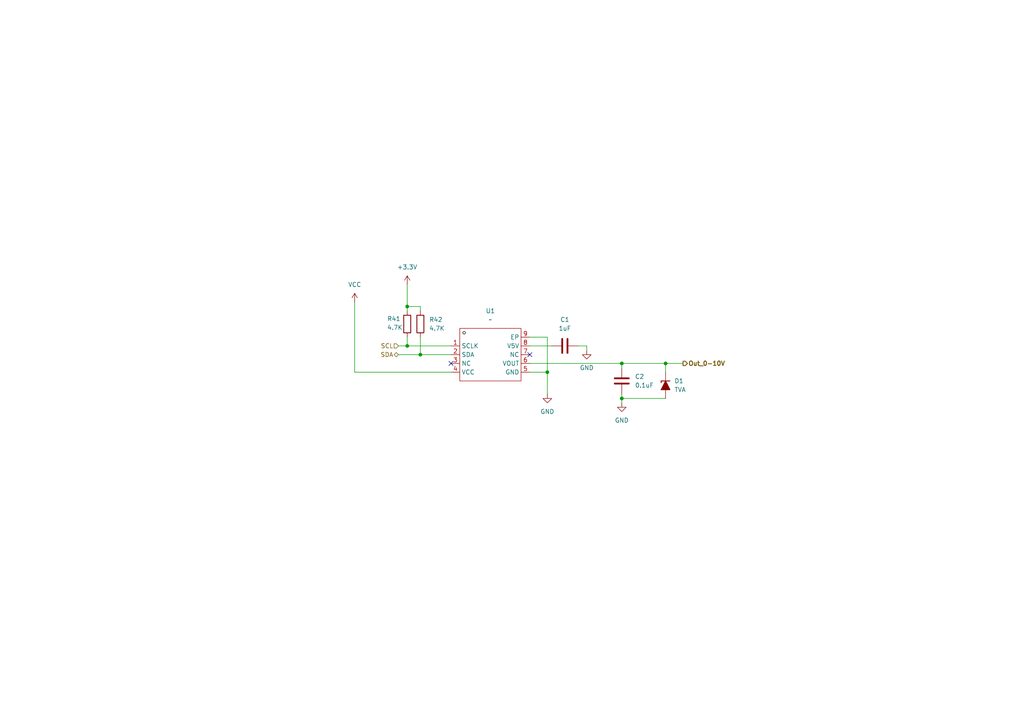
<source format=kicad_sch>
(kicad_sch
	(version 20250114)
	(generator "eeschema")
	(generator_version "9.0")
	(uuid "9cbc1800-88e3-4fcc-b720-4cc97b82ff28")
	(paper "A4")
	(lib_symbols
		(symbol "GP8211S-TC50-EW:root_0_GP8211S-TC50-EW_"
			(exclude_from_sim no)
			(in_bom yes)
			(on_board yes)
			(property "Reference" ""
				(at 0 0 0)
				(effects
					(font
						(size 1.27 1.27)
					)
				)
			)
			(property "Value" ""
				(at 0 0 0)
				(effects
					(font
						(size 1.27 1.27)
					)
				)
			)
			(property "Footprint" ""
				(at 0 0 0)
				(effects
					(font
						(size 1.27 1.27)
					)
					(hide yes)
				)
			)
			(property "Datasheet" ""
				(at 0 0 0)
				(effects
					(font
						(size 1.27 1.27)
					)
					(hide yes)
				)
			)
			(property "Description" ""
				(at 0 0 0)
				(effects
					(font
						(size 1.27 1.27)
					)
					(hide yes)
				)
			)
			(property "ki_fp_filters" "*ESOP-8_L4.9-W3.9-P1.27-LS6.0-BL-EP*"
				(at 0 0 0)
				(effects
					(font
						(size 1.27 1.27)
					)
					(hide yes)
				)
			)
			(symbol "root_0_GP8211S-TC50-EW__1_0"
				(rectangle
					(start -8.89 7.62)
					(end 8.89 -7.62)
					(stroke
						(width 0)
						(type solid)
						(color 160 0 0 1)
					)
					(fill
						(type none)
					)
				)
				(circle
					(center -7.62 6.35)
					(radius 0.381)
					(stroke
						(width 0)
						(type solid)
						(color 0 0 0 1)
					)
					(fill
						(type none)
					)
				)
				(pin passive line
					(at -11.43 2.54 0)
					(length 2.54)
					(name "SCLK"
						(effects
							(font
								(size 1.27 1.27)
							)
						)
					)
					(number "1"
						(effects
							(font
								(size 1.27 1.27)
							)
						)
					)
				)
				(pin passive line
					(at -11.43 0 0)
					(length 2.54)
					(name "SDA"
						(effects
							(font
								(size 1.27 1.27)
							)
						)
					)
					(number "2"
						(effects
							(font
								(size 1.27 1.27)
							)
						)
					)
				)
				(pin passive line
					(at -11.43 -2.54 0)
					(length 2.54)
					(name "NC"
						(effects
							(font
								(size 1.27 1.27)
							)
						)
					)
					(number "3"
						(effects
							(font
								(size 1.27 1.27)
							)
						)
					)
				)
				(pin passive line
					(at -11.43 -5.08 0)
					(length 2.54)
					(name "VCC"
						(effects
							(font
								(size 1.27 1.27)
							)
						)
					)
					(number "4"
						(effects
							(font
								(size 1.27 1.27)
							)
						)
					)
				)
				(pin passive line
					(at 11.43 5.08 180)
					(length 2.54)
					(name "EP"
						(effects
							(font
								(size 1.27 1.27)
							)
						)
					)
					(number "9"
						(effects
							(font
								(size 1.27 1.27)
							)
						)
					)
				)
				(pin passive line
					(at 11.43 2.54 180)
					(length 2.54)
					(name "V5V"
						(effects
							(font
								(size 1.27 1.27)
							)
						)
					)
					(number "8"
						(effects
							(font
								(size 1.27 1.27)
							)
						)
					)
				)
				(pin passive line
					(at 11.43 0 180)
					(length 2.54)
					(name "NC"
						(effects
							(font
								(size 1.27 1.27)
							)
						)
					)
					(number "7"
						(effects
							(font
								(size 1.27 1.27)
							)
						)
					)
				)
				(pin passive line
					(at 11.43 -2.54 180)
					(length 2.54)
					(name "VOUT"
						(effects
							(font
								(size 1.27 1.27)
							)
						)
					)
					(number "6"
						(effects
							(font
								(size 1.27 1.27)
							)
						)
					)
				)
				(pin passive line
					(at 11.43 -5.08 180)
					(length 2.54)
					(name "GND"
						(effects
							(font
								(size 1.27 1.27)
							)
						)
					)
					(number "5"
						(effects
							(font
								(size 1.27 1.27)
							)
						)
					)
				)
			)
			(embedded_fonts no)
		)
		(symbol "PCM_Capacitor_US_AKL:C_0603"
			(pin_numbers
				(hide yes)
			)
			(pin_names
				(offset 0.254)
			)
			(exclude_from_sim no)
			(in_bom yes)
			(on_board yes)
			(property "Reference" "C"
				(at 0.635 2.54 0)
				(effects
					(font
						(size 1.27 1.27)
					)
					(justify left)
				)
			)
			(property "Value" "C_0603"
				(at 0.635 -2.54 0)
				(effects
					(font
						(size 1.27 1.27)
					)
					(justify left)
				)
			)
			(property "Footprint" "PCM_Capacitor_SMD_AKL:C_0603_1608Metric"
				(at 0.9652 -3.81 0)
				(effects
					(font
						(size 1.27 1.27)
					)
					(hide yes)
				)
			)
			(property "Datasheet" "~"
				(at 0 0 0)
				(effects
					(font
						(size 1.27 1.27)
					)
					(hide yes)
				)
			)
			(property "Description" "SMD 0603 MLCC capacitor, Alternate KiCad Library"
				(at 0 0 0)
				(effects
					(font
						(size 1.27 1.27)
					)
					(hide yes)
				)
			)
			(property "ki_keywords" "cap capacitor ceramic chip mlcc smd 0603"
				(at 0 0 0)
				(effects
					(font
						(size 1.27 1.27)
					)
					(hide yes)
				)
			)
			(property "ki_fp_filters" "C_*"
				(at 0 0 0)
				(effects
					(font
						(size 1.27 1.27)
					)
					(hide yes)
				)
			)
			(symbol "C_0603_0_1"
				(polyline
					(pts
						(xy -2.032 0.762) (xy 2.032 0.762)
					)
					(stroke
						(width 0.508)
						(type default)
					)
					(fill
						(type none)
					)
				)
				(polyline
					(pts
						(xy -2.032 -0.762) (xy 2.032 -0.762)
					)
					(stroke
						(width 0.508)
						(type default)
					)
					(fill
						(type none)
					)
				)
			)
			(symbol "C_0603_0_2"
				(polyline
					(pts
						(xy -2.54 -2.54) (xy -0.381 -0.381)
					)
					(stroke
						(width 0)
						(type default)
					)
					(fill
						(type none)
					)
				)
				(polyline
					(pts
						(xy -0.508 -0.508) (xy -1.651 0.635)
					)
					(stroke
						(width 0.508)
						(type default)
					)
					(fill
						(type none)
					)
				)
				(polyline
					(pts
						(xy -0.508 -0.508) (xy 0.635 -1.651)
					)
					(stroke
						(width 0.508)
						(type default)
					)
					(fill
						(type none)
					)
				)
				(polyline
					(pts
						(xy 0.381 0.381) (xy 2.54 2.54)
					)
					(stroke
						(width 0)
						(type default)
					)
					(fill
						(type none)
					)
				)
				(polyline
					(pts
						(xy 0.508 0.508) (xy -0.635 1.651)
					)
					(stroke
						(width 0.508)
						(type default)
					)
					(fill
						(type none)
					)
				)
				(polyline
					(pts
						(xy 0.508 0.508) (xy 1.651 -0.635)
					)
					(stroke
						(width 0.508)
						(type default)
					)
					(fill
						(type none)
					)
				)
			)
			(symbol "C_0603_1_1"
				(pin passive line
					(at 0 3.81 270)
					(length 2.794)
					(name "~"
						(effects
							(font
								(size 1.27 1.27)
							)
						)
					)
					(number "1"
						(effects
							(font
								(size 1.27 1.27)
							)
						)
					)
				)
				(pin passive line
					(at 0 -3.81 90)
					(length 2.794)
					(name "~"
						(effects
							(font
								(size 1.27 1.27)
							)
						)
					)
					(number "2"
						(effects
							(font
								(size 1.27 1.27)
							)
						)
					)
				)
			)
			(symbol "C_0603_1_2"
				(pin passive line
					(at -2.54 -2.54 90)
					(length 0)
					(name "~"
						(effects
							(font
								(size 1.27 1.27)
							)
						)
					)
					(number "2"
						(effects
							(font
								(size 1.27 1.27)
							)
						)
					)
				)
				(pin passive line
					(at 2.54 2.54 270)
					(length 0)
					(name "~"
						(effects
							(font
								(size 1.27 1.27)
							)
						)
					)
					(number "1"
						(effects
							(font
								(size 1.27 1.27)
							)
						)
					)
				)
			)
			(embedded_fonts no)
		)
		(symbol "PCM_Diode_TVS_AKL:SMF12A"
			(pin_numbers
				(hide yes)
			)
			(pin_names
				(offset 1.016)
				(hide yes)
			)
			(exclude_from_sim no)
			(in_bom yes)
			(on_board yes)
			(property "Reference" "D"
				(at 0 5.08 0)
				(effects
					(font
						(size 1.27 1.27)
					)
				)
			)
			(property "Value" "SMF12A"
				(at 0 2.54 0)
				(effects
					(font
						(size 1.27 1.27)
					)
				)
			)
			(property "Footprint" "PCM_Diode_SMD_AKL:D_SOD-123F"
				(at 0 0 0)
				(effects
					(font
						(size 1.27 1.27)
					)
					(hide yes)
				)
			)
			(property "Datasheet" "https://www.tme.eu/Document/95faf1e5e821ed1b438500c66c7b0bd9/smf50a.pdf"
				(at 0 0 0)
				(effects
					(font
						(size 1.27 1.27)
					)
					(hide yes)
				)
			)
			(property "Description" "SOD-123F Unidirectional TVS diode, 12V, 200W, Alternate KiCAD Library"
				(at 0 0 0)
				(effects
					(font
						(size 1.27 1.27)
					)
					(hide yes)
				)
			)
			(property "ki_keywords" "diode unidirectional TVS SMF-A"
				(at 0 0 0)
				(effects
					(font
						(size 1.27 1.27)
					)
					(hide yes)
				)
			)
			(property "ki_fp_filters" "TO-???* *_Diode_* *SingleDiode* D_*"
				(at 0 0 0)
				(effects
					(font
						(size 1.27 1.27)
					)
					(hide yes)
				)
			)
			(symbol "SMF12A_0_1"
				(polyline
					(pts
						(xy -1.27 1.27) (xy -1.27 -1.27) (xy 1.27 0) (xy -1.27 1.27)
					)
					(stroke
						(width 0.254)
						(type default)
					)
					(fill
						(type outline)
					)
				)
				(polyline
					(pts
						(xy -1.27 0) (xy 1.27 0)
					)
					(stroke
						(width 0)
						(type default)
					)
					(fill
						(type none)
					)
				)
				(polyline
					(pts
						(xy 1.27 1.27) (xy 0.762 1.27)
					)
					(stroke
						(width 0.254)
						(type default)
					)
					(fill
						(type none)
					)
				)
				(polyline
					(pts
						(xy 1.27 -1.27) (xy 1.27 1.27)
					)
					(stroke
						(width 0.254)
						(type default)
					)
					(fill
						(type none)
					)
				)
			)
			(symbol "SMF12A_0_2"
				(polyline
					(pts
						(xy -2.54 -2.54) (xy 2.54 2.54)
					)
					(stroke
						(width 0)
						(type default)
					)
					(fill
						(type none)
					)
				)
				(polyline
					(pts
						(xy -0.889 -0.889) (xy -1.778 0) (xy 0.889 0.889) (xy 0 -1.778) (xy -0.889 -0.889)
					)
					(stroke
						(width 0.254)
						(type default)
					)
					(fill
						(type outline)
					)
				)
				(polyline
					(pts
						(xy 0 1.778) (xy -0.381 1.397)
					)
					(stroke
						(width 0.254)
						(type default)
					)
					(fill
						(type none)
					)
				)
				(polyline
					(pts
						(xy 0 1.778) (xy 1.778 0)
					)
					(stroke
						(width 0.254)
						(type default)
					)
					(fill
						(type none)
					)
				)
			)
			(symbol "SMF12A_1_1"
				(pin passive line
					(at -3.81 0 0)
					(length 2.54)
					(name "A"
						(effects
							(font
								(size 1.27 1.27)
							)
						)
					)
					(number "2"
						(effects
							(font
								(size 1.27 1.27)
							)
						)
					)
				)
				(pin passive line
					(at 3.81 0 180)
					(length 2.54)
					(name "K"
						(effects
							(font
								(size 1.27 1.27)
							)
						)
					)
					(number "1"
						(effects
							(font
								(size 1.27 1.27)
							)
						)
					)
				)
			)
			(symbol "SMF12A_1_2"
				(pin passive line
					(at -2.54 -2.54 0)
					(length 0)
					(name "A"
						(effects
							(font
								(size 1.27 1.27)
							)
						)
					)
					(number "2"
						(effects
							(font
								(size 1.27 1.27)
							)
						)
					)
				)
				(pin passive line
					(at 2.54 2.54 180)
					(length 0)
					(name "K"
						(effects
							(font
								(size 1.27 1.27)
							)
						)
					)
					(number "1"
						(effects
							(font
								(size 1.27 1.27)
							)
						)
					)
				)
			)
			(embedded_fonts no)
		)
		(symbol "Resistor_AKL:R_0603"
			(pin_numbers
				(hide yes)
			)
			(pin_names
				(offset 0)
			)
			(exclude_from_sim no)
			(in_bom yes)
			(on_board yes)
			(property "Reference" "R"
				(at 2.54 1.27 0)
				(effects
					(font
						(size 1.27 1.27)
					)
					(justify left)
				)
			)
			(property "Value" "R_0603"
				(at 2.54 -1.27 0)
				(effects
					(font
						(size 1.27 1.27)
					)
					(justify left)
				)
			)
			(property "Footprint" "Resistor_SMD_AKL:R_0603_1608Metric"
				(at 0 -11.43 0)
				(effects
					(font
						(size 1.27 1.27)
					)
					(hide yes)
				)
			)
			(property "Datasheet" "~"
				(at 0 0 0)
				(effects
					(font
						(size 1.27 1.27)
					)
					(hide yes)
				)
			)
			(property "Description" "SMD 0603 Chip Resistor, European Symbol, Alternate KiCad Library"
				(at 0 0 0)
				(effects
					(font
						(size 1.27 1.27)
					)
					(hide yes)
				)
			)
			(property "ki_keywords" "R res resistor eu SMD 0603"
				(at 0 0 0)
				(effects
					(font
						(size 1.27 1.27)
					)
					(hide yes)
				)
			)
			(property "ki_fp_filters" "R_*"
				(at 0 0 0)
				(effects
					(font
						(size 1.27 1.27)
					)
					(hide yes)
				)
			)
			(symbol "R_0603_0_1"
				(rectangle
					(start -1.016 2.54)
					(end 1.016 -2.54)
					(stroke
						(width 0.254)
						(type default)
					)
					(fill
						(type none)
					)
				)
			)
			(symbol "R_0603_0_2"
				(polyline
					(pts
						(xy -2.54 -2.54) (xy -1.524 -1.524)
					)
					(stroke
						(width 0)
						(type default)
					)
					(fill
						(type none)
					)
				)
				(polyline
					(pts
						(xy 1.524 1.524) (xy 2.54 2.54)
					)
					(stroke
						(width 0)
						(type default)
					)
					(fill
						(type none)
					)
				)
				(polyline
					(pts
						(xy 1.524 1.524) (xy 0.889 2.159) (xy -2.159 -0.889) (xy -0.889 -2.159) (xy 2.159 0.889) (xy 1.524 1.524)
					)
					(stroke
						(width 0.254)
						(type default)
					)
					(fill
						(type none)
					)
				)
			)
			(symbol "R_0603_1_1"
				(pin passive line
					(at 0 3.81 270)
					(length 1.27)
					(name "~"
						(effects
							(font
								(size 1.27 1.27)
							)
						)
					)
					(number "1"
						(effects
							(font
								(size 1.27 1.27)
							)
						)
					)
				)
				(pin passive line
					(at 0 -3.81 90)
					(length 1.27)
					(name "~"
						(effects
							(font
								(size 1.27 1.27)
							)
						)
					)
					(number "2"
						(effects
							(font
								(size 1.27 1.27)
							)
						)
					)
				)
			)
			(symbol "R_0603_1_2"
				(pin passive line
					(at -2.54 -2.54 0)
					(length 0)
					(name ""
						(effects
							(font
								(size 1.27 1.27)
							)
						)
					)
					(number "2"
						(effects
							(font
								(size 1.27 1.27)
							)
						)
					)
				)
				(pin passive line
					(at 2.54 2.54 180)
					(length 0)
					(name ""
						(effects
							(font
								(size 1.27 1.27)
							)
						)
					)
					(number "1"
						(effects
							(font
								(size 1.27 1.27)
							)
						)
					)
				)
			)
			(embedded_fonts no)
		)
		(symbol "power:+3.3V"
			(power)
			(pin_numbers
				(hide yes)
			)
			(pin_names
				(offset 0)
				(hide yes)
			)
			(exclude_from_sim no)
			(in_bom yes)
			(on_board yes)
			(property "Reference" "#PWR"
				(at 0 -3.81 0)
				(effects
					(font
						(size 1.27 1.27)
					)
					(hide yes)
				)
			)
			(property "Value" "+3.3V"
				(at 0 3.556 0)
				(effects
					(font
						(size 1.27 1.27)
					)
				)
			)
			(property "Footprint" ""
				(at 0 0 0)
				(effects
					(font
						(size 1.27 1.27)
					)
					(hide yes)
				)
			)
			(property "Datasheet" ""
				(at 0 0 0)
				(effects
					(font
						(size 1.27 1.27)
					)
					(hide yes)
				)
			)
			(property "Description" "Power symbol creates a global label with name \"+3.3V\""
				(at 0 0 0)
				(effects
					(font
						(size 1.27 1.27)
					)
					(hide yes)
				)
			)
			(property "ki_keywords" "global power"
				(at 0 0 0)
				(effects
					(font
						(size 1.27 1.27)
					)
					(hide yes)
				)
			)
			(symbol "+3.3V_0_1"
				(polyline
					(pts
						(xy -0.762 1.27) (xy 0 2.54)
					)
					(stroke
						(width 0)
						(type default)
					)
					(fill
						(type none)
					)
				)
				(polyline
					(pts
						(xy 0 2.54) (xy 0.762 1.27)
					)
					(stroke
						(width 0)
						(type default)
					)
					(fill
						(type none)
					)
				)
				(polyline
					(pts
						(xy 0 0) (xy 0 2.54)
					)
					(stroke
						(width 0)
						(type default)
					)
					(fill
						(type none)
					)
				)
			)
			(symbol "+3.3V_1_1"
				(pin power_in line
					(at 0 0 90)
					(length 0)
					(name "~"
						(effects
							(font
								(size 1.27 1.27)
							)
						)
					)
					(number "1"
						(effects
							(font
								(size 1.27 1.27)
							)
						)
					)
				)
			)
			(embedded_fonts no)
		)
		(symbol "power:GND"
			(power)
			(pin_numbers
				(hide yes)
			)
			(pin_names
				(offset 0)
				(hide yes)
			)
			(exclude_from_sim no)
			(in_bom yes)
			(on_board yes)
			(property "Reference" "#PWR"
				(at 0 -6.35 0)
				(effects
					(font
						(size 1.27 1.27)
					)
					(hide yes)
				)
			)
			(property "Value" "GND"
				(at 0 -3.81 0)
				(effects
					(font
						(size 1.27 1.27)
					)
				)
			)
			(property "Footprint" ""
				(at 0 0 0)
				(effects
					(font
						(size 1.27 1.27)
					)
					(hide yes)
				)
			)
			(property "Datasheet" ""
				(at 0 0 0)
				(effects
					(font
						(size 1.27 1.27)
					)
					(hide yes)
				)
			)
			(property "Description" "Power symbol creates a global label with name \"GND\" , ground"
				(at 0 0 0)
				(effects
					(font
						(size 1.27 1.27)
					)
					(hide yes)
				)
			)
			(property "ki_keywords" "global power"
				(at 0 0 0)
				(effects
					(font
						(size 1.27 1.27)
					)
					(hide yes)
				)
			)
			(symbol "GND_0_1"
				(polyline
					(pts
						(xy 0 0) (xy 0 -1.27) (xy 1.27 -1.27) (xy 0 -2.54) (xy -1.27 -1.27) (xy 0 -1.27)
					)
					(stroke
						(width 0)
						(type default)
					)
					(fill
						(type none)
					)
				)
			)
			(symbol "GND_1_1"
				(pin power_in line
					(at 0 0 270)
					(length 0)
					(name "~"
						(effects
							(font
								(size 1.27 1.27)
							)
						)
					)
					(number "1"
						(effects
							(font
								(size 1.27 1.27)
							)
						)
					)
				)
			)
			(embedded_fonts no)
		)
		(symbol "power:VCC"
			(power)
			(pin_numbers
				(hide yes)
			)
			(pin_names
				(offset 0)
				(hide yes)
			)
			(exclude_from_sim no)
			(in_bom yes)
			(on_board yes)
			(property "Reference" "#PWR"
				(at 0 -3.81 0)
				(effects
					(font
						(size 1.27 1.27)
					)
					(hide yes)
				)
			)
			(property "Value" "VCC"
				(at 0 3.556 0)
				(effects
					(font
						(size 1.27 1.27)
					)
				)
			)
			(property "Footprint" ""
				(at 0 0 0)
				(effects
					(font
						(size 1.27 1.27)
					)
					(hide yes)
				)
			)
			(property "Datasheet" ""
				(at 0 0 0)
				(effects
					(font
						(size 1.27 1.27)
					)
					(hide yes)
				)
			)
			(property "Description" "Power symbol creates a global label with name \"VCC\""
				(at 0 0 0)
				(effects
					(font
						(size 1.27 1.27)
					)
					(hide yes)
				)
			)
			(property "ki_keywords" "global power"
				(at 0 0 0)
				(effects
					(font
						(size 1.27 1.27)
					)
					(hide yes)
				)
			)
			(symbol "VCC_0_1"
				(polyline
					(pts
						(xy -0.762 1.27) (xy 0 2.54)
					)
					(stroke
						(width 0)
						(type default)
					)
					(fill
						(type none)
					)
				)
				(polyline
					(pts
						(xy 0 2.54) (xy 0.762 1.27)
					)
					(stroke
						(width 0)
						(type default)
					)
					(fill
						(type none)
					)
				)
				(polyline
					(pts
						(xy 0 0) (xy 0 2.54)
					)
					(stroke
						(width 0)
						(type default)
					)
					(fill
						(type none)
					)
				)
			)
			(symbol "VCC_1_1"
				(pin power_in line
					(at 0 0 90)
					(length 0)
					(name "~"
						(effects
							(font
								(size 1.27 1.27)
							)
						)
					)
					(number "1"
						(effects
							(font
								(size 1.27 1.27)
							)
						)
					)
				)
			)
			(embedded_fonts no)
		)
	)
	(junction
		(at 180.34 105.41)
		(diameter 0)
		(color 0 0 0 0)
		(uuid "1dbf2e39-7ca9-43ca-b44f-bb709c332d5d")
	)
	(junction
		(at 118.11 100.33)
		(diameter 0)
		(color 0 0 0 0)
		(uuid "5a7dcf57-6726-47fa-8f28-0273512f8132")
	)
	(junction
		(at 118.11 88.9)
		(diameter 0)
		(color 0 0 0 0)
		(uuid "a0151d46-95de-4b27-b970-0ae7f9c4e10f")
	)
	(junction
		(at 158.75 107.95)
		(diameter 0)
		(color 0 0 0 0)
		(uuid "b1b0b016-6f0b-479f-912b-d895ae82970b")
	)
	(junction
		(at 193.04 105.41)
		(diameter 0)
		(color 0 0 0 0)
		(uuid "c047ffb8-38a5-4fde-a435-38aa6cbceba5")
	)
	(junction
		(at 121.92 102.87)
		(diameter 0)
		(color 0 0 0 0)
		(uuid "d0e969b2-e6c3-4ee4-980f-47490812b9ee")
	)
	(junction
		(at 180.34 115.57)
		(diameter 0)
		(color 0 0 0 0)
		(uuid "ec750af3-16eb-420d-b148-4314031a2042")
	)
	(no_connect
		(at 153.67 102.87)
		(uuid "0cccc7ca-4455-40df-b802-d1009ffc8cc1")
	)
	(no_connect
		(at 130.81 105.41)
		(uuid "293fc4fb-d3fa-4ed7-977e-64b8c4ff0c44")
	)
	(wire
		(pts
			(xy 121.92 88.9) (xy 121.92 90.17)
		)
		(stroke
			(width 0)
			(type default)
		)
		(uuid "08951296-aa2f-4bc7-b00d-354c14ff9ae9")
	)
	(wire
		(pts
			(xy 158.75 114.3) (xy 158.75 107.95)
		)
		(stroke
			(width 0)
			(type default)
		)
		(uuid "1127bb45-f126-427b-9225-84fa168c46df")
	)
	(wire
		(pts
			(xy 118.11 100.33) (xy 130.81 100.33)
		)
		(stroke
			(width 0)
			(type default)
		)
		(uuid "124e4703-192e-436c-b1e2-69a7d26da6b1")
	)
	(wire
		(pts
			(xy 180.34 115.57) (xy 180.34 116.84)
		)
		(stroke
			(width 0)
			(type default)
		)
		(uuid "18cf08fd-0e89-4fd4-9114-8e04d347e9c6")
	)
	(wire
		(pts
			(xy 158.75 107.95) (xy 153.67 107.95)
		)
		(stroke
			(width 0)
			(type default)
		)
		(uuid "1d374995-9787-4c12-9100-df5246e62610")
	)
	(wire
		(pts
			(xy 170.18 100.33) (xy 167.64 100.33)
		)
		(stroke
			(width 0)
			(type default)
		)
		(uuid "2117c450-6b6e-4d87-9ad4-92e50d3ee57d")
	)
	(wire
		(pts
			(xy 193.04 105.41) (xy 198.12 105.41)
		)
		(stroke
			(width 0)
			(type default)
		)
		(uuid "25be0bc6-cc81-4c72-9fa3-42a4ad88a5e4")
	)
	(wire
		(pts
			(xy 118.11 82.55) (xy 118.11 88.9)
		)
		(stroke
			(width 0)
			(type default)
		)
		(uuid "305707d1-d59f-418e-8286-86bfb96179c5")
	)
	(wire
		(pts
			(xy 153.67 97.79) (xy 158.75 97.79)
		)
		(stroke
			(width 0)
			(type default)
		)
		(uuid "378fb714-ae65-4f00-8e45-86e5afec9633")
	)
	(wire
		(pts
			(xy 121.92 102.87) (xy 130.81 102.87)
		)
		(stroke
			(width 0)
			(type default)
		)
		(uuid "45ca439c-2004-40ac-92ce-594c8f9af18d")
	)
	(wire
		(pts
			(xy 102.87 107.95) (xy 130.81 107.95)
		)
		(stroke
			(width 0)
			(type default)
		)
		(uuid "4cac63c9-dfe2-4616-8aab-f025fdfca59d")
	)
	(wire
		(pts
			(xy 158.75 97.79) (xy 158.75 107.95)
		)
		(stroke
			(width 0)
			(type default)
		)
		(uuid "53037ec4-10f5-4145-b7da-4633ce742eb9")
	)
	(wire
		(pts
			(xy 102.87 87.63) (xy 102.87 107.95)
		)
		(stroke
			(width 0)
			(type default)
		)
		(uuid "62d85f4e-8d67-484b-b4bf-a8e667548972")
	)
	(wire
		(pts
			(xy 118.11 97.79) (xy 118.11 100.33)
		)
		(stroke
			(width 0)
			(type default)
		)
		(uuid "7b5a0895-5200-4c6e-ba07-992cd836615f")
	)
	(wire
		(pts
			(xy 193.04 105.41) (xy 193.04 107.95)
		)
		(stroke
			(width 0)
			(type default)
		)
		(uuid "81a96df9-691b-4bdd-96ae-75baf0f0d323")
	)
	(wire
		(pts
			(xy 153.67 105.41) (xy 180.34 105.41)
		)
		(stroke
			(width 0)
			(type default)
		)
		(uuid "82f3fc5d-b733-4390-bc6e-81122dcc03c6")
	)
	(wire
		(pts
			(xy 170.18 101.6) (xy 170.18 100.33)
		)
		(stroke
			(width 0)
			(type default)
		)
		(uuid "848e107c-fe3b-40e6-be83-058ba630ab55")
	)
	(wire
		(pts
			(xy 118.11 88.9) (xy 118.11 90.17)
		)
		(stroke
			(width 0)
			(type default)
		)
		(uuid "96220e20-0ae0-47af-b3ea-16f647800538")
	)
	(wire
		(pts
			(xy 115.57 102.87) (xy 121.92 102.87)
		)
		(stroke
			(width 0)
			(type default)
		)
		(uuid "ae1b4b5e-c225-4a49-ba70-f961c9bf2216")
	)
	(wire
		(pts
			(xy 121.92 97.79) (xy 121.92 102.87)
		)
		(stroke
			(width 0)
			(type default)
		)
		(uuid "b3500f8d-fd9b-4408-8f5f-209d4b41fedd")
	)
	(wire
		(pts
			(xy 180.34 114.3) (xy 180.34 115.57)
		)
		(stroke
			(width 0)
			(type default)
		)
		(uuid "babd41fd-8b6b-44a5-afa0-98a63d8e4119")
	)
	(wire
		(pts
			(xy 118.11 88.9) (xy 121.92 88.9)
		)
		(stroke
			(width 0)
			(type default)
		)
		(uuid "bba77f8f-1baf-408f-8151-313a4fc0cd66")
	)
	(wire
		(pts
			(xy 180.34 105.41) (xy 193.04 105.41)
		)
		(stroke
			(width 0)
			(type default)
		)
		(uuid "cefdb4a8-8257-4ce9-8295-af86c91989af")
	)
	(wire
		(pts
			(xy 180.34 105.41) (xy 180.34 106.68)
		)
		(stroke
			(width 0)
			(type default)
		)
		(uuid "cf07e21e-befb-4edb-b63c-e12807a2461b")
	)
	(wire
		(pts
			(xy 115.57 100.33) (xy 118.11 100.33)
		)
		(stroke
			(width 0)
			(type default)
		)
		(uuid "d9980465-195d-4545-b620-7fca4a54f2c0")
	)
	(wire
		(pts
			(xy 180.34 115.57) (xy 193.04 115.57)
		)
		(stroke
			(width 0)
			(type default)
		)
		(uuid "da320603-f888-4ff0-a058-be98c09f391c")
	)
	(wire
		(pts
			(xy 153.67 100.33) (xy 160.02 100.33)
		)
		(stroke
			(width 0)
			(type default)
		)
		(uuid "f883d386-a6d2-4513-b0f4-9ee6d043ab01")
	)
	(hierarchical_label "SDA"
		(shape bidirectional)
		(at 115.57 102.87 180)
		(effects
			(font
				(size 1.27 1.27)
			)
			(justify right)
		)
		(uuid "09383d70-7bf3-4f52-a126-ebe8260bed7b")
	)
	(hierarchical_label "SCL"
		(shape input)
		(at 115.57 100.33 180)
		(effects
			(font
				(size 1.27 1.27)
			)
			(justify right)
		)
		(uuid "c4a9c75f-7c34-48a9-8995-f253f123b4c1")
	)
	(hierarchical_label "Out_0-10V"
		(shape output)
		(at 198.12 105.41 0)
		(effects
			(font
				(size 1.27 1.27)
				(thickness 0.254)
				(bold yes)
			)
			(justify left)
		)
		(uuid "e0467cb4-0b64-4b67-959f-8f96295246fb")
	)
	(symbol
		(lib_id "power:GND")
		(at 158.75 114.3 0)
		(unit 1)
		(exclude_from_sim no)
		(in_bom yes)
		(on_board yes)
		(dnp no)
		(fields_autoplaced yes)
		(uuid "06423225-5913-4b70-9751-d935eb55beef")
		(property "Reference" "#PWR053"
			(at 158.75 120.65 0)
			(effects
				(font
					(size 1.27 1.27)
				)
				(hide yes)
			)
		)
		(property "Value" "GND"
			(at 158.75 119.38 0)
			(effects
				(font
					(size 1.27 1.27)
				)
			)
		)
		(property "Footprint" ""
			(at 158.75 114.3 0)
			(effects
				(font
					(size 1.27 1.27)
				)
				(hide yes)
			)
		)
		(property "Datasheet" ""
			(at 158.75 114.3 0)
			(effects
				(font
					(size 1.27 1.27)
				)
				(hide yes)
			)
		)
		(property "Description" "Power symbol creates a global label with name \"GND\" , ground"
			(at 158.75 114.3 0)
			(effects
				(font
					(size 1.27 1.27)
				)
				(hide yes)
			)
		)
		(pin "1"
			(uuid "c967ddf2-a39c-4402-8d18-1ee462c4e804")
		)
		(instances
			(project "Diseños de circuitos"
				(path "/65c875c0-73bd-43df-b6cd-4a685398cace/3b453a73-5bb7-4645-a7e8-6e186968fa05/cb3f1452-6c69-43d9-8153-9dbf3dca2d0d"
					(reference "#PWR053")
					(unit 1)
				)
			)
		)
	)
	(symbol
		(lib_id "PCM_Capacitor_US_AKL:C_0603")
		(at 163.83 100.33 90)
		(unit 1)
		(exclude_from_sim no)
		(in_bom yes)
		(on_board yes)
		(dnp no)
		(fields_autoplaced yes)
		(uuid "06c4b87e-09cf-4567-9546-78fbe68f13db")
		(property "Reference" "C1"
			(at 163.83 92.71 90)
			(effects
				(font
					(size 1.27 1.27)
				)
			)
		)
		(property "Value" "1uF"
			(at 163.83 95.25 90)
			(effects
				(font
					(size 1.27 1.27)
				)
			)
		)
		(property "Footprint" "Capacitor_SMD:C_0201_0603Metric"
			(at 167.64 99.3648 0)
			(effects
				(font
					(size 1.27 1.27)
				)
				(hide yes)
			)
		)
		(property "Datasheet" "~"
			(at 163.83 100.33 0)
			(effects
				(font
					(size 1.27 1.27)
				)
				(hide yes)
			)
		)
		(property "Description" "SMD 0603 MLCC capacitor, Alternate KiCad Library"
			(at 163.83 100.33 0)
			(effects
				(font
					(size 1.27 1.27)
				)
				(hide yes)
			)
		)
		(property "LCSC" "C1592"
			(at 163.83 100.33 90)
			(effects
				(font
					(size 1.27 1.27)
				)
				(hide yes)
			)
		)
		(pin "1"
			(uuid "eaf5bb89-2d13-499b-a565-730ca07ac319")
		)
		(pin "2"
			(uuid "83e5d286-9e4a-404e-89b0-0aabc2227ba7")
		)
		(instances
			(project "Diseños de circuitos"
				(path "/65c875c0-73bd-43df-b6cd-4a685398cace/3b453a73-5bb7-4645-a7e8-6e186968fa05/cb3f1452-6c69-43d9-8153-9dbf3dca2d0d"
					(reference "C1")
					(unit 1)
				)
			)
		)
	)
	(symbol
		(lib_id "Resistor_AKL:R_0603")
		(at 121.92 93.98 180)
		(unit 1)
		(exclude_from_sim no)
		(in_bom yes)
		(on_board yes)
		(dnp no)
		(fields_autoplaced yes)
		(uuid "1cc4218b-93cc-4e86-b24d-1034cd815de8")
		(property "Reference" "R42"
			(at 124.46 92.7099 0)
			(effects
				(font
					(size 1.27 1.27)
				)
				(justify right)
			)
		)
		(property "Value" "4.7K"
			(at 124.46 95.2499 0)
			(effects
				(font
					(size 1.27 1.27)
				)
				(justify right)
			)
		)
		(property "Footprint" "Resistor_SMD_AKL:R_0603_1608Metric"
			(at 121.92 82.55 0)
			(effects
				(font
					(size 1.27 1.27)
				)
				(hide yes)
			)
		)
		(property "Datasheet" "~"
			(at 121.92 93.98 0)
			(effects
				(font
					(size 1.27 1.27)
				)
				(hide yes)
			)
		)
		(property "Description" "SMD 0603 Chip Resistor, European Symbol, Alternate KiCad Library"
			(at 121.92 93.98 0)
			(effects
				(font
					(size 1.27 1.27)
				)
				(hide yes)
			)
		)
		(pin "2"
			(uuid "00ed0a09-b5fb-4647-8dec-3d8efb33038f")
		)
		(pin "1"
			(uuid "f93f6f22-e451-4f78-b264-c8ee0ea94746")
		)
		(instances
			(project "Diseños de circuitos"
				(path "/65c875c0-73bd-43df-b6cd-4a685398cace/3b453a73-5bb7-4645-a7e8-6e186968fa05/cb3f1452-6c69-43d9-8153-9dbf3dca2d0d"
					(reference "R42")
					(unit 1)
				)
			)
		)
	)
	(symbol
		(lib_id "GP8211S-TC50-EW:root_0_GP8211S-TC50-EW_")
		(at 142.24 102.87 0)
		(unit 1)
		(exclude_from_sim no)
		(in_bom yes)
		(on_board yes)
		(dnp no)
		(fields_autoplaced yes)
		(uuid "6f23437c-73b3-4d00-801e-965f7259e2a2")
		(property "Reference" "U1"
			(at 142.24 90.17 0)
			(effects
				(font
					(size 1.27 1.27)
				)
			)
		)
		(property "Value" "~"
			(at 142.24 92.71 0)
			(effects
				(font
					(size 1.27 1.27)
				)
			)
		)
		(property "Footprint" "Sensor_Humidity:Sensirion_DFN-8-1EP_2.5x2.5mm_P0.5mm_EP1.1x1.7mm"
			(at 142.24 102.87 0)
			(effects
				(font
					(size 1.27 1.27)
				)
				(hide yes)
			)
		)
		(property "Datasheet" ""
			(at 142.24 102.87 0)
			(effects
				(font
					(size 1.27 1.27)
				)
				(hide yes)
			)
		)
		(property "Description" ""
			(at 142.24 102.87 0)
			(effects
				(font
					(size 1.27 1.27)
				)
				(hide yes)
			)
		)
		(property "LCSC" "C3152008"
			(at 142.24 102.87 0)
			(effects
				(font
					(size 1.27 1.27)
				)
				(hide yes)
			)
		)
		(pin "7"
			(uuid "a225e3d4-8a6c-44e5-acf7-9f0f3a397eea")
		)
		(pin "6"
			(uuid "34dc8bf1-d471-4eab-8f44-3cf1c0d10bbf")
		)
		(pin "5"
			(uuid "4558df51-d8b5-4370-90db-4be8cfdd91b0")
		)
		(pin "8"
			(uuid "acf90713-47d0-4122-8e6c-22895f7e0080")
		)
		(pin "4"
			(uuid "3f6b3041-73a3-41ad-a981-5c9b0547d27e")
		)
		(pin "9"
			(uuid "ee9cf3dd-2f52-44eb-9d13-2b26ab3678de")
		)
		(pin "2"
			(uuid "40b76e17-dd8e-49b4-bf05-d0721e47cfd3")
		)
		(pin "3"
			(uuid "e2b83e3c-a50d-435b-a97f-e0e9b8929c8c")
		)
		(pin "1"
			(uuid "75f4c645-f4d3-4fbd-89b2-a3fea0396290")
		)
		(instances
			(project "Diseños de circuitos"
				(path "/65c875c0-73bd-43df-b6cd-4a685398cace/3b453a73-5bb7-4645-a7e8-6e186968fa05/cb3f1452-6c69-43d9-8153-9dbf3dca2d0d"
					(reference "U1")
					(unit 1)
				)
			)
		)
	)
	(symbol
		(lib_id "power:+3.3V")
		(at 118.11 82.55 0)
		(unit 1)
		(exclude_from_sim no)
		(in_bom yes)
		(on_board yes)
		(dnp no)
		(fields_autoplaced yes)
		(uuid "7abba288-7bfc-400e-bd56-ad1136a2f6bd")
		(property "Reference" "#PWR052"
			(at 118.11 86.36 0)
			(effects
				(font
					(size 1.27 1.27)
				)
				(hide yes)
			)
		)
		(property "Value" "+3.3V"
			(at 118.11 77.47 0)
			(effects
				(font
					(size 1.27 1.27)
				)
			)
		)
		(property "Footprint" ""
			(at 118.11 82.55 0)
			(effects
				(font
					(size 1.27 1.27)
				)
				(hide yes)
			)
		)
		(property "Datasheet" ""
			(at 118.11 82.55 0)
			(effects
				(font
					(size 1.27 1.27)
				)
				(hide yes)
			)
		)
		(property "Description" "Power symbol creates a global label with name \"+3.3V\""
			(at 118.11 82.55 0)
			(effects
				(font
					(size 1.27 1.27)
				)
				(hide yes)
			)
		)
		(pin "1"
			(uuid "9c285d9e-fc29-4bb4-8e3d-df2fe535e473")
		)
		(instances
			(project "Diseños de circuitos"
				(path "/65c875c0-73bd-43df-b6cd-4a685398cace/3b453a73-5bb7-4645-a7e8-6e186968fa05/cb3f1452-6c69-43d9-8153-9dbf3dca2d0d"
					(reference "#PWR052")
					(unit 1)
				)
			)
		)
	)
	(symbol
		(lib_id "power:GND")
		(at 170.18 101.6 0)
		(unit 1)
		(exclude_from_sim no)
		(in_bom yes)
		(on_board yes)
		(dnp no)
		(fields_autoplaced yes)
		(uuid "8f823644-a475-44bb-a224-a44702d94ac4")
		(property "Reference" "#PWR054"
			(at 170.18 107.95 0)
			(effects
				(font
					(size 1.27 1.27)
				)
				(hide yes)
			)
		)
		(property "Value" "GND"
			(at 170.18 106.68 0)
			(effects
				(font
					(size 1.27 1.27)
				)
			)
		)
		(property "Footprint" ""
			(at 170.18 101.6 0)
			(effects
				(font
					(size 1.27 1.27)
				)
				(hide yes)
			)
		)
		(property "Datasheet" ""
			(at 170.18 101.6 0)
			(effects
				(font
					(size 1.27 1.27)
				)
				(hide yes)
			)
		)
		(property "Description" "Power symbol creates a global label with name \"GND\" , ground"
			(at 170.18 101.6 0)
			(effects
				(font
					(size 1.27 1.27)
				)
				(hide yes)
			)
		)
		(pin "1"
			(uuid "e1c107bc-690e-4da4-b0e0-dfdb2f5a1cb8")
		)
		(instances
			(project "Diseños de circuitos"
				(path "/65c875c0-73bd-43df-b6cd-4a685398cace/3b453a73-5bb7-4645-a7e8-6e186968fa05/cb3f1452-6c69-43d9-8153-9dbf3dca2d0d"
					(reference "#PWR054")
					(unit 1)
				)
			)
		)
	)
	(symbol
		(lib_id "PCM_Capacitor_US_AKL:C_0603")
		(at 180.34 110.49 180)
		(unit 1)
		(exclude_from_sim no)
		(in_bom yes)
		(on_board yes)
		(dnp no)
		(fields_autoplaced yes)
		(uuid "a18d10f5-bf34-4fef-b211-982674e50bbe")
		(property "Reference" "C2"
			(at 184.15 109.2199 0)
			(effects
				(font
					(size 1.27 1.27)
				)
				(justify right)
			)
		)
		(property "Value" "0.1uF"
			(at 184.15 111.7599 0)
			(effects
				(font
					(size 1.27 1.27)
				)
				(justify right)
			)
		)
		(property "Footprint" "Capacitor_SMD:C_0201_0603Metric"
			(at 179.3748 106.68 0)
			(effects
				(font
					(size 1.27 1.27)
				)
				(hide yes)
			)
		)
		(property "Datasheet" "~"
			(at 180.34 110.49 0)
			(effects
				(font
					(size 1.27 1.27)
				)
				(hide yes)
			)
		)
		(property "Description" "SMD 0603 MLCC capacitor, Alternate KiCad Library"
			(at 180.34 110.49 0)
			(effects
				(font
					(size 1.27 1.27)
				)
				(hide yes)
			)
		)
		(property "LCSC" "C66501"
			(at 180.34 110.49 0)
			(effects
				(font
					(size 1.27 1.27)
				)
				(hide yes)
			)
		)
		(pin "1"
			(uuid "04cfc8de-055a-4d41-98fd-8fc4b987d702")
		)
		(pin "2"
			(uuid "5f7937fc-6034-41c8-bee9-9d39aaa79cdb")
		)
		(instances
			(project "Diseños de circuitos"
				(path "/65c875c0-73bd-43df-b6cd-4a685398cace/3b453a73-5bb7-4645-a7e8-6e186968fa05/cb3f1452-6c69-43d9-8153-9dbf3dca2d0d"
					(reference "C2")
					(unit 1)
				)
			)
		)
	)
	(symbol
		(lib_id "Resistor_AKL:R_0603")
		(at 118.11 93.98 180)
		(unit 1)
		(exclude_from_sim no)
		(in_bom yes)
		(on_board yes)
		(dnp no)
		(uuid "aa7c2c56-004a-42f6-98df-ddb5aff6d625")
		(property "Reference" "R41"
			(at 112.268 92.456 0)
			(effects
				(font
					(size 1.27 1.27)
				)
				(justify right)
			)
		)
		(property "Value" "4.7K"
			(at 112.268 94.996 0)
			(effects
				(font
					(size 1.27 1.27)
				)
				(justify right)
			)
		)
		(property "Footprint" "Resistor_SMD_AKL:R_0603_1608Metric"
			(at 118.11 82.55 0)
			(effects
				(font
					(size 1.27 1.27)
				)
				(hide yes)
			)
		)
		(property "Datasheet" "~"
			(at 118.11 93.98 0)
			(effects
				(font
					(size 1.27 1.27)
				)
				(hide yes)
			)
		)
		(property "Description" "SMD 0603 Chip Resistor, European Symbol, Alternate KiCad Library"
			(at 118.11 93.98 0)
			(effects
				(font
					(size 1.27 1.27)
				)
				(hide yes)
			)
		)
		(pin "2"
			(uuid "ff5c3cfc-310e-4e63-ae48-f784c36e5b87")
		)
		(pin "1"
			(uuid "077844d1-a942-43a7-8f0b-e060d0b7b5b3")
		)
		(instances
			(project "Diseños de circuitos"
				(path "/65c875c0-73bd-43df-b6cd-4a685398cace/3b453a73-5bb7-4645-a7e8-6e186968fa05/cb3f1452-6c69-43d9-8153-9dbf3dca2d0d"
					(reference "R41")
					(unit 1)
				)
			)
		)
	)
	(symbol
		(lib_id "PCM_Diode_TVS_AKL:SMF12A")
		(at 193.04 111.76 90)
		(unit 1)
		(exclude_from_sim no)
		(in_bom yes)
		(on_board yes)
		(dnp no)
		(fields_autoplaced yes)
		(uuid "ba50651e-9527-459b-84c5-827063d508ec")
		(property "Reference" "D1"
			(at 195.58 110.4899 90)
			(effects
				(font
					(size 1.27 1.27)
				)
				(justify right)
			)
		)
		(property "Value" "TVA"
			(at 195.58 113.0299 90)
			(effects
				(font
					(size 1.27 1.27)
				)
				(justify right)
			)
		)
		(property "Footprint" "Diode_SMD_AKL:D_0201_0603Metric_TVS"
			(at 193.04 111.76 0)
			(effects
				(font
					(size 1.27 1.27)
				)
				(hide yes)
			)
		)
		(property "Datasheet" "https://www.tme.eu/Document/95faf1e5e821ed1b438500c66c7b0bd9/smf50a.pdf"
			(at 193.04 111.76 0)
			(effects
				(font
					(size 1.27 1.27)
				)
				(hide yes)
			)
		)
		(property "Description" "SOD-123F Unidirectional TVS diode, 12V, 200W, Alternate KiCAD Library"
			(at 193.04 111.76 0)
			(effects
				(font
					(size 1.27 1.27)
				)
				(hide yes)
			)
		)
		(property "LCSC" "C18199535"
			(at 193.04 111.76 90)
			(effects
				(font
					(size 1.27 1.27)
				)
				(hide yes)
			)
		)
		(pin "1"
			(uuid "e089f810-6226-4e92-a654-40617d63f7f1")
		)
		(pin "2"
			(uuid "07c28d79-c9f4-429e-a87c-3326a2640235")
		)
		(instances
			(project "Diseños de circuitos"
				(path "/65c875c0-73bd-43df-b6cd-4a685398cace/3b453a73-5bb7-4645-a7e8-6e186968fa05/cb3f1452-6c69-43d9-8153-9dbf3dca2d0d"
					(reference "D1")
					(unit 1)
				)
			)
		)
	)
	(symbol
		(lib_id "power:VCC")
		(at 102.87 87.63 0)
		(unit 1)
		(exclude_from_sim no)
		(in_bom yes)
		(on_board yes)
		(dnp no)
		(fields_autoplaced yes)
		(uuid "c1636d6a-9d98-4637-9a28-4a6007ae9039")
		(property "Reference" "#PWR056"
			(at 102.87 91.44 0)
			(effects
				(font
					(size 1.27 1.27)
				)
				(hide yes)
			)
		)
		(property "Value" "VCC"
			(at 102.87 82.55 0)
			(effects
				(font
					(size 1.27 1.27)
				)
			)
		)
		(property "Footprint" ""
			(at 102.87 87.63 0)
			(effects
				(font
					(size 1.27 1.27)
				)
				(hide yes)
			)
		)
		(property "Datasheet" ""
			(at 102.87 87.63 0)
			(effects
				(font
					(size 1.27 1.27)
				)
				(hide yes)
			)
		)
		(property "Description" "Power symbol creates a global label with name \"VCC\""
			(at 102.87 87.63 0)
			(effects
				(font
					(size 1.27 1.27)
				)
				(hide yes)
			)
		)
		(pin "1"
			(uuid "90070e02-60dc-4dba-9097-ebe71eed4404")
		)
		(instances
			(project ""
				(path "/65c875c0-73bd-43df-b6cd-4a685398cace/3b453a73-5bb7-4645-a7e8-6e186968fa05/cb3f1452-6c69-43d9-8153-9dbf3dca2d0d"
					(reference "#PWR056")
					(unit 1)
				)
			)
		)
	)
	(symbol
		(lib_id "power:GND")
		(at 180.34 116.84 0)
		(unit 1)
		(exclude_from_sim no)
		(in_bom yes)
		(on_board yes)
		(dnp no)
		(fields_autoplaced yes)
		(uuid "d8ee02bd-c592-48df-9cf0-4213be55baa9")
		(property "Reference" "#PWR055"
			(at 180.34 123.19 0)
			(effects
				(font
					(size 1.27 1.27)
				)
				(hide yes)
			)
		)
		(property "Value" "GND"
			(at 180.34 121.92 0)
			(effects
				(font
					(size 1.27 1.27)
				)
			)
		)
		(property "Footprint" ""
			(at 180.34 116.84 0)
			(effects
				(font
					(size 1.27 1.27)
				)
				(hide yes)
			)
		)
		(property "Datasheet" ""
			(at 180.34 116.84 0)
			(effects
				(font
					(size 1.27 1.27)
				)
				(hide yes)
			)
		)
		(property "Description" "Power symbol creates a global label with name \"GND\" , ground"
			(at 180.34 116.84 0)
			(effects
				(font
					(size 1.27 1.27)
				)
				(hide yes)
			)
		)
		(pin "1"
			(uuid "01319c50-63c8-4f82-90b6-65cea31140ad")
		)
		(instances
			(project "Diseños de circuitos"
				(path "/65c875c0-73bd-43df-b6cd-4a685398cace/3b453a73-5bb7-4645-a7e8-6e186968fa05/cb3f1452-6c69-43d9-8153-9dbf3dca2d0d"
					(reference "#PWR055")
					(unit 1)
				)
			)
		)
	)
)

</source>
